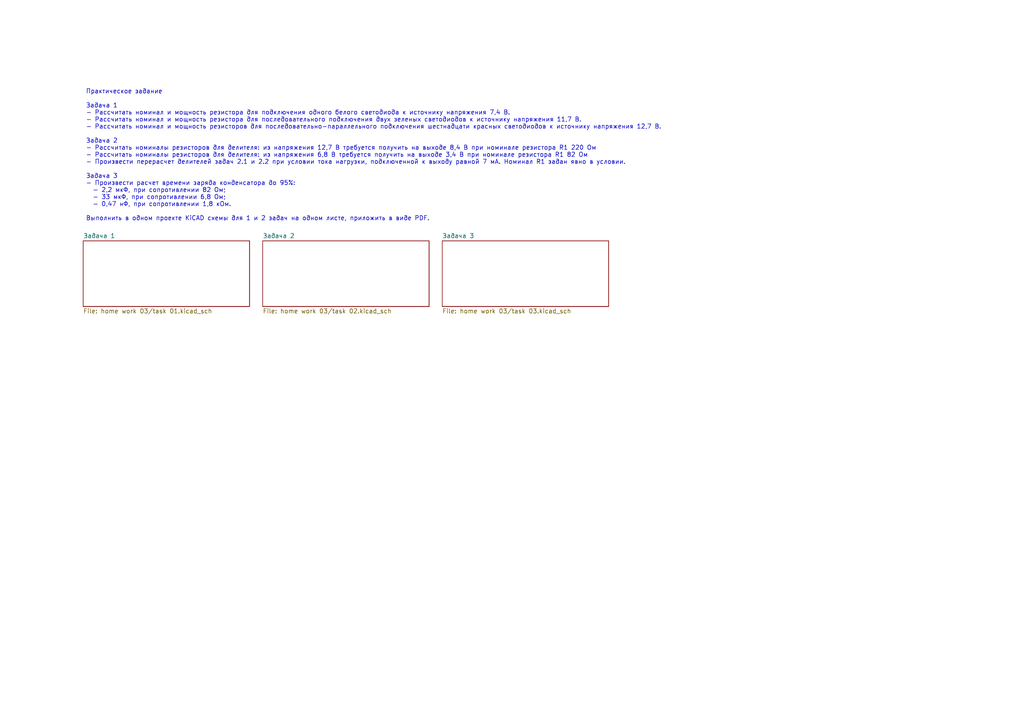
<source format=kicad_sch>
(kicad_sch
	(version 20231120)
	(generator "eeschema")
	(generator_version "8.0")
	(uuid "9a82eafe-f5b3-4471-a454-b226d420650c")
	(paper "A4")
	(lib_symbols)
	(text "Практическое задание\n\nЗадача 1\n- Рассчитать номинал и мощность резистора для подключения одного белого светодиода к источнику напряжения 7,4 В.\n- Рассчитать номинал и мощность резистора для последовательного подключения двух зеленых светодиодов к источнику напряжения 11,7 В.\n- Рассчитать номинал и мощность резисторов для последовательно-параллельного подключения шестнадцати красных светодиодов к источнику напряжения 12,7 В.\n\nЗадача 2\n- Рассчитать номиналы резисторов для делителя: из напряжения 12,7 В требуется получить на выходе 8,4 В при номинале резистора R1 220 Ом\n- Рассчитать номиналы резисторов для делителя: из напряжения 6,8 В требуется получить на выходе 3,4 В при номинале резистора R1 82 Ом\n- Произвести перерасчет делителей задач 2.1 и 2.2 при условии тока нагрузки, подключенной к выходу равной 7 мА. Номинал R1 задан явно в условии.\n\nЗадача 3 \n- Произвести расчет времени заряда конденсатора до 95%:\n  - 2,2 мкФ, при сопротивлении 82 Ом;\n  - 33 мкФ, при сопротивлении 6,8 Ом;\n  - 0,47 нФ, при сопротивлении 1,8 кОм.\n\nВыполнить в одном проекте KiCAD схемы для 1 и 2 задач на одном листе, приложить в виде PDF.\n\n"
		(exclude_from_sim no)
		(at 24.892 25.908 0)
		(effects
			(font
				(size 1.27 1.27)
			)
			(justify left top)
		)
		(uuid "455d2dc5-c8b5-42c9-82de-717c364baf63")
	)
	(sheet
		(at 24.13 69.85)
		(size 48.26 19.05)
		(fields_autoplaced yes)
		(stroke
			(width 0.1524)
			(type solid)
		)
		(fill
			(color 0 0 0 0.0000)
		)
		(uuid "6ca349d5-b34a-4528-8a27-eeb21e406992")
		(property "Sheetname" "Задача 1"
			(at 24.13 69.1384 0)
			(effects
				(font
					(size 1.27 1.27)
				)
				(justify left bottom)
			)
		)
		(property "Sheetfile" "home work 03/task 01.kicad_sch"
			(at 24.13 89.4846 0)
			(effects
				(font
					(size 1.27 1.27)
				)
				(justify left top)
			)
		)
		(instances
			(project "mipt"
				(path "/34d483ea-61c1-4e08-b30a-5dee616d4777/cfdf2a98-d53d-4979-9485-05dd773be1bb"
					(page "4")
				)
			)
		)
	)
	(sheet
		(at 128.27 69.85)
		(size 48.26 19.05)
		(fields_autoplaced yes)
		(stroke
			(width 0.1524)
			(type solid)
		)
		(fill
			(color 0 0 0 0.0000)
		)
		(uuid "7132a0bc-13b2-4baa-a698-d2f083da30bc")
		(property "Sheetname" "Задача 3"
			(at 128.27 69.1384 0)
			(effects
				(font
					(size 1.27 1.27)
				)
				(justify left bottom)
			)
		)
		(property "Sheetfile" "home work 03/task 03.kicad_sch"
			(at 128.27 89.4846 0)
			(effects
				(font
					(size 1.27 1.27)
				)
				(justify left top)
			)
		)
		(instances
			(project "mipt"
				(path "/34d483ea-61c1-4e08-b30a-5dee616d4777/cfdf2a98-d53d-4979-9485-05dd773be1bb"
					(page "6")
				)
			)
		)
	)
	(sheet
		(at 76.2 69.85)
		(size 48.26 19.05)
		(fields_autoplaced yes)
		(stroke
			(width 0.1524)
			(type solid)
		)
		(fill
			(color 0 0 0 0.0000)
		)
		(uuid "ca31be19-098b-42b9-ad83-8f969410d312")
		(property "Sheetname" "Задача 2"
			(at 76.2 69.1384 0)
			(effects
				(font
					(size 1.27 1.27)
				)
				(justify left bottom)
			)
		)
		(property "Sheetfile" "home work 03/task 02.kicad_sch"
			(at 76.2 89.4846 0)
			(effects
				(font
					(size 1.27 1.27)
				)
				(justify left top)
			)
		)
		(instances
			(project "mipt"
				(path "/34d483ea-61c1-4e08-b30a-5dee616d4777/cfdf2a98-d53d-4979-9485-05dd773be1bb"
					(page "5")
				)
			)
		)
	)
)

</source>
